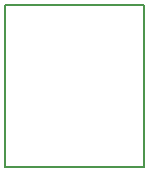
<source format=gm1>
G04 MADE WITH FRITZING*
G04 WWW.FRITZING.ORG*
G04 DOUBLE SIDED*
G04 HOLES PLATED*
G04 CONTOUR ON CENTER OF CONTOUR VECTOR*
%ASAXBY*%
%FSLAX23Y23*%
%MOIN*%
%OFA0B0*%
%SFA1.0B1.0*%
%ADD10R,0.472417X0.546098*%
%ADD11C,0.008000*%
%ADD10C,0.008*%
%LNCONTOUR*%
G90*
G70*
G54D10*
G54D11*
X4Y542D02*
X468Y542D01*
X468Y4D01*
X4Y4D01*
X4Y542D01*
D02*
G04 End of contour*
M02*
</source>
